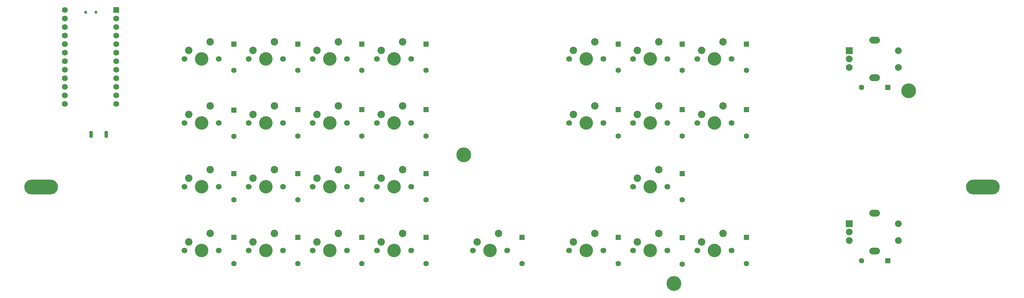
<source format=gbs>
G04 #@! TF.GenerationSoftware,KiCad,Pcbnew,(6.0.7-1)-1*
G04 #@! TF.CreationDate,2022-10-11T23:10:25+02:00*
G04 #@! TF.ProjectId,yts-pcb,7974732d-7063-4622-9e6b-696361645f70,rev?*
G04 #@! TF.SameCoordinates,Original*
G04 #@! TF.FileFunction,Soldermask,Bot*
G04 #@! TF.FilePolarity,Negative*
%FSLAX46Y46*%
G04 Gerber Fmt 4.6, Leading zero omitted, Abs format (unit mm)*
G04 Created by KiCad (PCBNEW (6.0.7-1)-1) date 2022-10-11 23:10:25*
%MOMM*%
%LPD*%
G01*
G04 APERTURE LIST*
G04 Aperture macros list*
%AMRoundRect*
0 Rectangle with rounded corners*
0 $1 Rounding radius*
0 $2 $3 $4 $5 $6 $7 $8 $9 X,Y pos of 4 corners*
0 Add a 4 corners polygon primitive as box body*
4,1,4,$2,$3,$4,$5,$6,$7,$8,$9,$2,$3,0*
0 Add four circle primitives for the rounded corners*
1,1,$1+$1,$2,$3*
1,1,$1+$1,$4,$5*
1,1,$1+$1,$6,$7*
1,1,$1+$1,$8,$9*
0 Add four rect primitives between the rounded corners*
20,1,$1+$1,$2,$3,$4,$5,0*
20,1,$1+$1,$4,$5,$6,$7,0*
20,1,$1+$1,$6,$7,$8,$9,0*
20,1,$1+$1,$8,$9,$2,$3,0*%
G04 Aperture macros list end*
%ADD10C,1.700000*%
%ADD11C,4.000000*%
%ADD12C,2.200000*%
%ADD13O,3.200000X2.000000*%
%ADD14R,2.000000X2.000000*%
%ADD15C,2.000000*%
%ADD16C,4.400000*%
%ADD17O,10.000000X4.400000*%
%ADD18C,0.900000*%
%ADD19R,1.600000X1.600000*%
%ADD20C,1.600000*%
%ADD21RoundRect,0.250000X0.250000X0.750000X-0.250000X0.750000X-0.250000X-0.750000X0.250000X-0.750000X0*%
%ADD22R,1.752600X1.752600*%
%ADD23C,1.752600*%
G04 APERTURE END LIST*
D10*
X145397958Y-125700000D03*
D11*
X150477958Y-125700000D03*
D10*
X155557958Y-125700000D03*
D12*
X153017958Y-120620000D03*
X146667958Y-123160000D03*
D11*
X112477958Y-125700000D03*
D10*
X107397958Y-125700000D03*
X117557958Y-125700000D03*
D12*
X115017958Y-120620000D03*
X108667958Y-123160000D03*
D13*
X312000000Y-152600000D03*
X312000000Y-163800000D03*
D14*
X304500000Y-155700000D03*
D15*
X304500000Y-160700000D03*
X304500000Y-158200000D03*
X319000000Y-160700000D03*
X319000000Y-155700000D03*
D10*
X126397958Y-106700000D03*
D11*
X131477958Y-106700000D03*
D10*
X136557958Y-106700000D03*
D12*
X134017958Y-101620000D03*
X127667958Y-104160000D03*
D10*
X164397958Y-106700000D03*
D11*
X169477958Y-106700000D03*
D10*
X174557958Y-106700000D03*
D12*
X172017958Y-101620000D03*
X165667958Y-104160000D03*
D16*
X252500000Y-173500000D03*
X322047959Y-116202042D03*
D10*
X174557958Y-163700000D03*
X164397958Y-163700000D03*
D11*
X169477958Y-163700000D03*
D12*
X172017958Y-158620000D03*
X165667958Y-161160000D03*
D10*
X145397958Y-163700000D03*
X155557958Y-163700000D03*
D11*
X150477958Y-163700000D03*
D12*
X153017958Y-158620000D03*
X146667958Y-161160000D03*
D11*
X150477958Y-144700000D03*
D10*
X145397958Y-144700000D03*
X155557958Y-144700000D03*
D12*
X153017958Y-139620000D03*
X146667958Y-142160000D03*
D10*
X145397958Y-106700000D03*
D11*
X150477958Y-106700000D03*
D10*
X155557958Y-106700000D03*
D12*
X153017958Y-101620000D03*
X146667958Y-104160000D03*
D11*
X112477958Y-163700000D03*
D10*
X107397958Y-163700000D03*
X117557958Y-163700000D03*
D12*
X115017958Y-158620000D03*
X108667958Y-161160000D03*
D10*
X174557958Y-125700000D03*
D11*
X169477958Y-125700000D03*
D10*
X164397958Y-125700000D03*
D12*
X172017958Y-120620000D03*
X165667958Y-123160000D03*
D11*
X169477958Y-144700000D03*
D10*
X174557958Y-144700000D03*
X164397958Y-144700000D03*
D12*
X172017958Y-139620000D03*
X165667958Y-142160000D03*
D10*
X126397958Y-144700000D03*
D11*
X131477958Y-144700000D03*
D10*
X136557958Y-144700000D03*
D12*
X134017958Y-139620000D03*
X127667958Y-142160000D03*
D11*
X264477958Y-163700000D03*
D10*
X269557958Y-163700000D03*
X259397958Y-163700000D03*
D12*
X267017958Y-158620000D03*
X260667958Y-161160000D03*
D10*
X231557958Y-106700000D03*
D11*
X226477958Y-106700000D03*
D10*
X221397958Y-106700000D03*
D12*
X229017958Y-101620000D03*
X222667958Y-104160000D03*
D10*
X107397958Y-144700000D03*
X117557958Y-144700000D03*
D11*
X112477958Y-144700000D03*
D12*
X115017958Y-139620000D03*
X108667958Y-142160000D03*
D17*
X344100000Y-144802042D03*
X64900000Y-144800000D03*
D11*
X264477958Y-125700000D03*
D10*
X259397958Y-125700000D03*
X269557958Y-125700000D03*
D12*
X267017958Y-120620000D03*
X260667958Y-123160000D03*
D10*
X250557958Y-163700000D03*
X240397958Y-163700000D03*
D11*
X245477958Y-163700000D03*
D12*
X248017958Y-158620000D03*
X241667958Y-161160000D03*
D10*
X240397958Y-144700000D03*
X250557958Y-144700000D03*
D11*
X245477958Y-144700000D03*
D12*
X248017958Y-139620000D03*
X241667958Y-142160000D03*
D10*
X250557958Y-106700000D03*
D11*
X245477958Y-106700000D03*
D10*
X240397958Y-106700000D03*
D12*
X248017958Y-101620000D03*
X241667958Y-104160000D03*
D13*
X312000000Y-112300000D03*
X312000000Y-101100000D03*
D14*
X304500000Y-104200000D03*
D15*
X304500000Y-109200000D03*
X304500000Y-106700000D03*
X319000000Y-109200000D03*
X319000000Y-104200000D03*
D11*
X264477958Y-106700000D03*
D10*
X269557958Y-106700000D03*
X259397958Y-106700000D03*
D12*
X267017958Y-101620000D03*
X260667958Y-104160000D03*
D10*
X192897958Y-163700000D03*
D11*
X197977958Y-163700000D03*
D10*
X203057958Y-163700000D03*
D12*
X200517958Y-158620000D03*
X194167958Y-161160000D03*
D10*
X126397958Y-163700000D03*
D11*
X131477958Y-163700000D03*
D10*
X136557958Y-163700000D03*
D12*
X134017958Y-158620000D03*
X127667958Y-161160000D03*
D10*
X126397958Y-125700000D03*
D11*
X131477958Y-125700000D03*
D10*
X136557958Y-125700000D03*
D12*
X134017958Y-120620000D03*
X127667958Y-123160000D03*
D10*
X231557958Y-125700000D03*
X221397958Y-125700000D03*
D11*
X226477958Y-125700000D03*
D12*
X229017958Y-120620000D03*
X222667958Y-123160000D03*
D10*
X107397958Y-106700000D03*
D11*
X112477958Y-106700000D03*
D10*
X117557958Y-106700000D03*
D12*
X115017958Y-101620000D03*
X108667958Y-104160000D03*
D16*
X190200000Y-135200000D03*
D10*
X250557958Y-125700000D03*
D11*
X245477958Y-125700000D03*
D10*
X240397958Y-125700000D03*
D12*
X248017958Y-120620000D03*
X241667958Y-123160000D03*
D18*
X81100000Y-92845000D03*
X78100000Y-92845000D03*
D10*
X221397958Y-163700000D03*
X231557958Y-163700000D03*
D11*
X226477958Y-163700000D03*
D12*
X229017958Y-158620000D03*
X222667958Y-161160000D03*
D19*
X315900000Y-115200000D03*
D20*
X308100000Y-115200000D03*
D19*
X235977958Y-159800000D03*
D20*
X235977958Y-167600000D03*
D19*
X140977958Y-159800000D03*
D20*
X140977958Y-167600000D03*
D19*
X178977958Y-140800000D03*
D20*
X178977958Y-148600000D03*
D19*
X121977958Y-102300000D03*
D20*
X121977958Y-110100000D03*
D19*
X159977958Y-140800000D03*
D20*
X159977958Y-148600000D03*
D19*
X273977958Y-121800000D03*
D20*
X273977958Y-129600000D03*
D19*
X121977958Y-140800000D03*
D20*
X121977958Y-148600000D03*
D19*
X235977958Y-102300000D03*
D20*
X235977958Y-110100000D03*
D19*
X178977958Y-102300000D03*
D20*
X178977958Y-110100000D03*
D21*
X79700000Y-129100000D03*
D19*
X315900000Y-166700000D03*
D20*
X308100000Y-166700000D03*
D19*
X254977958Y-140800000D03*
D20*
X254977958Y-148600000D03*
D19*
X140977958Y-121800000D03*
D20*
X140977958Y-129600000D03*
D19*
X159977958Y-159800000D03*
D20*
X159977958Y-167600000D03*
D19*
X121977958Y-159800000D03*
D20*
X121977958Y-167600000D03*
D19*
X273977958Y-159800000D03*
D20*
X273977958Y-167600000D03*
D19*
X178977958Y-159800000D03*
D20*
X178977958Y-167600000D03*
D19*
X140977958Y-140800000D03*
D20*
X140977958Y-148600000D03*
D22*
X87120000Y-92130000D03*
D23*
X87120000Y-94670000D03*
X87120000Y-97210000D03*
X87120000Y-99750000D03*
X87120000Y-102290000D03*
X87120000Y-104830000D03*
X87120000Y-107370000D03*
X87120000Y-109910000D03*
X87120000Y-112450000D03*
X87120000Y-114990000D03*
X87120000Y-117530000D03*
X87120000Y-120070000D03*
X71880000Y-120070000D03*
X71880000Y-117530000D03*
X71880000Y-114990000D03*
X71880000Y-112450000D03*
X71880000Y-109910000D03*
X71880000Y-107370000D03*
X71880000Y-104830000D03*
X71880000Y-102290000D03*
X71880000Y-99750000D03*
X71880000Y-97210000D03*
X71880000Y-94670000D03*
X71880000Y-92130000D03*
D19*
X254977958Y-102300000D03*
D20*
X254977958Y-110100000D03*
D19*
X235977958Y-121800000D03*
D20*
X235977958Y-129600000D03*
D21*
X84200000Y-129100000D03*
D19*
X121977958Y-121900000D03*
D20*
X121977958Y-129700000D03*
D19*
X159977958Y-102300000D03*
D20*
X159977958Y-110100000D03*
D19*
X274000000Y-102300000D03*
D20*
X274000000Y-110100000D03*
D19*
X207477958Y-159800000D03*
D20*
X207477958Y-167600000D03*
D19*
X178977958Y-121800000D03*
D20*
X178977958Y-129600000D03*
D19*
X159977958Y-121800000D03*
D20*
X159977958Y-129600000D03*
D19*
X254977958Y-159900000D03*
D20*
X254977958Y-167700000D03*
D19*
X254977958Y-121800000D03*
D20*
X254977958Y-129600000D03*
D19*
X141000000Y-102300000D03*
D20*
X141000000Y-110100000D03*
M02*

</source>
